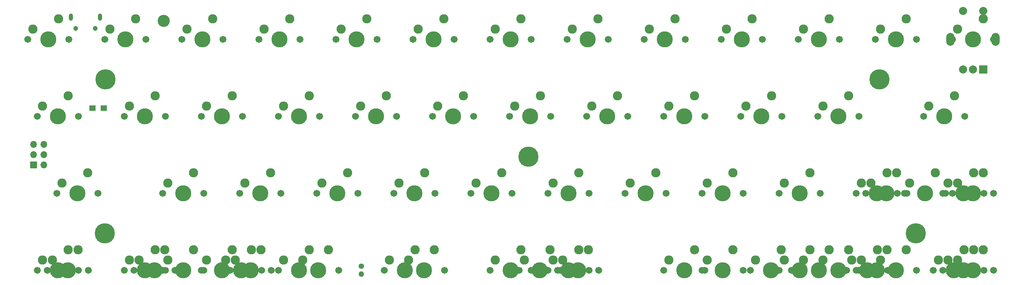
<source format=gbr>
%TF.GenerationSoftware,KiCad,Pcbnew,(5.99.0-8436-gbd786b578a)*%
%TF.CreationDate,2021-02-24T19:01:32+01:00*%
%TF.ProjectId,atom47,61746f6d-3437-42e6-9b69-6361645f7063,rev?*%
%TF.SameCoordinates,Original*%
%TF.FileFunction,Soldermask,Top*%
%TF.FilePolarity,Negative*%
%FSLAX46Y46*%
G04 Gerber Fmt 4.6, Leading zero omitted, Abs format (unit mm)*
G04 Created by KiCad (PCBNEW (5.99.0-8436-gbd786b578a)) date 2021-02-24 19:01:32*
%MOMM*%
%LPD*%
G01*
G04 APERTURE LIST*
%ADD10C,2.286000*%
%ADD11C,1.701800*%
%ADD12C,3.987800*%
%ADD13C,3.000000*%
%ADD14R,1.600000X1.400000*%
%ADD15C,5.000000*%
%ADD16C,1.350000*%
%ADD17O,1.350000X1.350000*%
%ADD18R,1.700000X1.700000*%
%ADD19O,1.700000X1.700000*%
%ADD20C,1.200000*%
%ADD21O,1.000000X1.800000*%
%ADD22R,2.000000X2.000000*%
%ADD23C,2.000000*%
%ADD24O,2.000000X3.200000*%
G04 APERTURE END LIST*
D10*
X150177500Y-23495000D03*
X143827500Y-26035000D03*
D11*
X142557500Y-28575000D03*
D12*
X147637500Y-28575000D03*
D11*
X152717500Y-28575000D03*
D10*
X143033750Y-61595000D03*
X136683750Y-64135000D03*
D11*
X135413750Y-66675000D03*
D12*
X140493750Y-66675000D03*
D11*
X145573750Y-66675000D03*
D10*
X228758750Y-42545000D03*
X222408750Y-45085000D03*
D11*
X221138750Y-47625000D03*
X231298750Y-47625000D03*
D12*
X226218750Y-47625000D03*
D10*
X133508750Y-61595000D03*
X127158750Y-64135000D03*
D11*
X125888750Y-66675000D03*
D12*
X130968750Y-66675000D03*
D11*
X136048750Y-66675000D03*
D10*
X126365000Y-61595000D03*
X120015000Y-64135000D03*
D12*
X123825000Y-66675000D03*
D11*
X128905000Y-66675000D03*
X118745000Y-66675000D03*
D10*
X14446250Y-23495000D03*
X8096250Y-26035000D03*
D11*
X6826250Y-28575000D03*
D12*
X11906250Y-28575000D03*
D11*
X16986250Y-28575000D03*
D10*
X233521250Y-23495000D03*
X227171250Y-26035000D03*
D11*
X225901250Y-28575000D03*
X236061250Y-28575000D03*
D12*
X230981250Y-28575000D03*
D13*
X38025000Y-5025000D03*
D14*
X23225000Y-26600000D03*
X20425000Y-26600000D03*
D10*
X235902500Y-61595000D03*
X229552500Y-64135000D03*
D12*
X233362500Y-66675000D03*
D11*
X228282500Y-66675000D03*
X238442500Y-66675000D03*
D10*
X207327500Y-61595000D03*
X200977500Y-64135000D03*
D12*
X204787500Y-66675000D03*
D11*
X209867500Y-66675000D03*
X199707500Y-66675000D03*
D10*
X38258780Y-61595056D03*
X31908780Y-64135056D03*
D12*
X35718780Y-66675056D03*
D11*
X40798780Y-66675056D03*
X30638780Y-66675056D03*
D10*
X16827500Y-61595000D03*
X10477500Y-64135000D03*
D12*
X14287500Y-66675000D03*
D11*
X19367500Y-66675000D03*
X9207500Y-66675000D03*
D10*
X219233750Y-42545000D03*
X212883750Y-45085000D03*
D11*
X221773750Y-47625000D03*
X211613750Y-47625000D03*
D12*
X216693750Y-47625000D03*
D10*
X14446260Y-61595056D03*
X8096260Y-64135056D03*
D11*
X16986260Y-66675056D03*
X6826260Y-66675056D03*
D12*
X11906260Y-66675056D03*
D10*
X62071250Y-61595000D03*
X55721250Y-64135000D03*
D11*
X54451250Y-66675000D03*
X64611250Y-66675000D03*
D12*
X59531250Y-66675000D03*
D10*
X238283750Y-61595000D03*
X231933750Y-64135000D03*
D11*
X230663750Y-66675000D03*
D12*
X235743750Y-66675000D03*
D11*
X240823750Y-66675000D03*
D10*
X238283750Y-42545000D03*
X231933750Y-45085000D03*
D11*
X240823750Y-47625000D03*
D12*
X235743750Y-47625000D03*
D11*
X230663750Y-47625000D03*
D10*
X100171250Y-61595000D03*
X93821250Y-64135000D03*
D11*
X102711250Y-66675000D03*
D12*
X97631250Y-66675000D03*
D11*
X92551250Y-66675000D03*
D10*
X45402500Y-61595000D03*
X39052500Y-64135000D03*
D11*
X37782500Y-66675000D03*
D12*
X42862500Y-66675000D03*
D11*
X47942500Y-66675000D03*
D10*
X12065000Y-4445000D03*
X5715000Y-6985000D03*
D11*
X14605000Y-9525000D03*
X4445000Y-9525000D03*
D12*
X9525000Y-9525000D03*
D10*
X31115000Y-4445000D03*
X24765000Y-6985000D03*
D11*
X23495000Y-9525000D03*
D12*
X28575000Y-9525000D03*
D11*
X33655000Y-9525000D03*
D10*
X50165000Y-4445000D03*
X43815000Y-6985000D03*
D11*
X52705000Y-9525000D03*
X42545000Y-9525000D03*
D12*
X47625000Y-9525000D03*
D10*
X69215000Y-4445000D03*
X62865000Y-6985000D03*
D11*
X71755000Y-9525000D03*
D12*
X66675000Y-9525000D03*
D11*
X61595000Y-9525000D03*
D10*
X88265000Y-4445000D03*
X81915000Y-6985000D03*
D11*
X80645000Y-9525000D03*
X90805000Y-9525000D03*
D12*
X85725000Y-9525000D03*
D10*
X107315000Y-4445000D03*
X100965000Y-6985000D03*
D12*
X104775000Y-9525000D03*
D11*
X109855000Y-9525000D03*
X99695000Y-9525000D03*
D10*
X126365000Y-4445000D03*
X120015000Y-6985000D03*
D12*
X123825000Y-9525000D03*
D11*
X128905000Y-9525000D03*
X118745000Y-9525000D03*
D10*
X145415000Y-4445000D03*
X139065000Y-6985000D03*
D11*
X147955000Y-9525000D03*
X137795000Y-9525000D03*
D12*
X142875000Y-9525000D03*
D10*
X164465000Y-4445000D03*
X158115000Y-6985000D03*
D11*
X167005000Y-9525000D03*
X156845000Y-9525000D03*
D12*
X161925000Y-9525000D03*
D10*
X183515000Y-4445000D03*
X177165000Y-6985000D03*
D11*
X186055000Y-9525000D03*
X175895000Y-9525000D03*
D12*
X180975000Y-9525000D03*
D10*
X202565000Y-4445000D03*
X196215000Y-6985000D03*
D12*
X200025000Y-9525000D03*
D11*
X205105000Y-9525000D03*
X194945000Y-9525000D03*
D10*
X221615000Y-4445000D03*
X215265000Y-6985000D03*
D11*
X213995000Y-9525000D03*
X224155000Y-9525000D03*
D12*
X219075000Y-9525000D03*
D10*
X240665000Y-4445000D03*
X234315000Y-6985000D03*
D11*
X243205000Y-9525000D03*
D12*
X238125000Y-9525000D03*
D11*
X233045000Y-9525000D03*
D10*
X35877500Y-23495000D03*
X29527500Y-26035000D03*
D11*
X28257500Y-28575000D03*
D12*
X33337500Y-28575000D03*
D11*
X38417500Y-28575000D03*
D10*
X54927500Y-23495000D03*
X48577500Y-26035000D03*
D12*
X52387500Y-28575000D03*
D11*
X57467500Y-28575000D03*
X47307500Y-28575000D03*
D10*
X73977500Y-23495000D03*
X67627500Y-26035000D03*
D12*
X71437500Y-28575000D03*
D11*
X66357500Y-28575000D03*
X76517500Y-28575000D03*
D10*
X93027500Y-23495000D03*
X86677500Y-26035000D03*
D11*
X95567500Y-28575000D03*
X85407500Y-28575000D03*
D12*
X90487500Y-28575000D03*
D10*
X112077500Y-23495000D03*
X105727500Y-26035000D03*
D11*
X104457500Y-28575000D03*
X114617500Y-28575000D03*
D12*
X109537500Y-28575000D03*
D10*
X131127500Y-23495000D03*
X124777500Y-26035000D03*
D11*
X123507500Y-28575000D03*
D12*
X128587500Y-28575000D03*
D11*
X133667500Y-28575000D03*
D10*
X169227500Y-23495000D03*
X162877500Y-26035000D03*
D12*
X166687500Y-28575000D03*
D11*
X171767500Y-28575000D03*
X161607500Y-28575000D03*
D10*
X188277500Y-23495000D03*
X181927500Y-26035000D03*
D12*
X185737500Y-28575000D03*
D11*
X190817500Y-28575000D03*
X180657500Y-28575000D03*
D10*
X207327500Y-23495000D03*
X200977500Y-26035000D03*
D12*
X204787500Y-28575000D03*
D11*
X199707500Y-28575000D03*
X209867500Y-28575000D03*
D10*
X45402500Y-42545000D03*
X39052500Y-45085000D03*
D12*
X42862500Y-47625000D03*
D11*
X47942500Y-47625000D03*
X37782500Y-47625000D03*
D10*
X64452500Y-42545000D03*
X58102500Y-45085000D03*
D11*
X56832500Y-47625000D03*
X66992500Y-47625000D03*
D12*
X61912500Y-47625000D03*
D10*
X83502500Y-42545000D03*
X77152500Y-45085000D03*
D12*
X80962500Y-47625000D03*
D11*
X86042500Y-47625000D03*
X75882500Y-47625000D03*
D10*
X102552500Y-42545000D03*
X96202500Y-45085000D03*
D11*
X94932500Y-47625000D03*
D12*
X100012500Y-47625000D03*
D11*
X105092500Y-47625000D03*
D10*
X121602500Y-42545000D03*
X115252500Y-45085000D03*
D12*
X119062500Y-47625000D03*
D11*
X113982500Y-47625000D03*
X124142500Y-47625000D03*
D10*
X140652500Y-42545000D03*
X134302500Y-45085000D03*
D11*
X143192500Y-47625000D03*
D12*
X138112500Y-47625000D03*
D11*
X133032500Y-47625000D03*
D10*
X159702500Y-42545000D03*
X153352500Y-45085000D03*
D12*
X157162500Y-47625000D03*
D11*
X162242500Y-47625000D03*
X152082500Y-47625000D03*
D10*
X178752500Y-42545000D03*
X172402500Y-45085000D03*
D12*
X176212500Y-47625000D03*
D11*
X181292500Y-47625000D03*
X171132500Y-47625000D03*
D10*
X197802500Y-42545000D03*
X191452500Y-45085000D03*
D12*
X195262500Y-47625000D03*
D11*
X190182500Y-47625000D03*
X200342500Y-47625000D03*
D10*
X240665000Y-42545000D03*
X234315000Y-45085000D03*
D11*
X233045000Y-47625000D03*
X243205000Y-47625000D03*
D12*
X238125000Y-47625000D03*
D10*
X35877500Y-61595000D03*
X29527500Y-64135000D03*
D11*
X28257500Y-66675000D03*
X38417500Y-66675000D03*
D12*
X33337500Y-66675000D03*
D10*
X54927500Y-61595000D03*
X48577500Y-64135000D03*
D12*
X52387500Y-66675000D03*
D11*
X47307500Y-66675000D03*
X57467500Y-66675000D03*
D10*
X73977500Y-61595000D03*
X67627500Y-64135000D03*
D11*
X76517500Y-66675000D03*
D12*
X71437500Y-66675000D03*
D11*
X66357500Y-66675000D03*
D10*
X178752500Y-61595000D03*
X172402500Y-64135000D03*
D12*
X176212500Y-66675000D03*
D11*
X181292500Y-66675000D03*
X171132500Y-66675000D03*
D10*
X197802500Y-61595000D03*
X191452500Y-64135000D03*
D11*
X200342500Y-66675000D03*
D12*
X195262500Y-66675000D03*
D11*
X190182500Y-66675000D03*
D10*
X216852500Y-61595000D03*
X210502500Y-64135000D03*
D12*
X214312500Y-66675000D03*
D11*
X209232500Y-66675000D03*
X219392500Y-66675000D03*
D10*
X216852500Y-42545000D03*
X210502500Y-45085000D03*
D12*
X214312500Y-47625000D03*
D11*
X219392500Y-47625000D03*
X209232500Y-47625000D03*
D10*
X202565000Y-61595000D03*
X196215000Y-64135000D03*
D12*
X200025000Y-66675000D03*
D11*
X194945000Y-66675000D03*
X205105000Y-66675000D03*
D10*
X221615000Y-61595000D03*
X215265000Y-64135000D03*
D11*
X213995000Y-66675000D03*
X224155000Y-66675000D03*
D12*
X219075000Y-66675000D03*
D10*
X240665000Y-61595000D03*
X234315000Y-64135000D03*
D11*
X243205000Y-66675000D03*
X233045000Y-66675000D03*
D12*
X238125000Y-66675000D03*
D15*
X223925000Y-57575000D03*
X23475000Y-57575000D03*
D10*
X59690048Y-61595056D03*
X53340048Y-64135056D03*
D11*
X62230048Y-66675056D03*
X52070048Y-66675056D03*
D12*
X57150048Y-66675056D03*
D10*
X78740064Y-61595056D03*
X72390064Y-64135056D03*
D12*
X76200064Y-66675056D03*
D11*
X81280064Y-66675056D03*
X71120064Y-66675056D03*
D10*
X104933836Y-61595056D03*
X98583836Y-64135056D03*
D11*
X97313836Y-66675056D03*
D12*
X102393836Y-66675056D03*
D11*
X107473836Y-66675056D03*
D10*
X169227640Y-61595056D03*
X162877640Y-64135056D03*
D11*
X171767640Y-66675056D03*
D12*
X166687640Y-66675056D03*
D11*
X161607640Y-66675056D03*
D10*
X190658908Y-61595056D03*
X184308908Y-64135056D03*
D11*
X183038908Y-66675056D03*
D12*
X188118908Y-66675056D03*
D11*
X193198908Y-66675056D03*
D10*
X214471428Y-61595056D03*
X208121428Y-64135056D03*
D12*
X211931428Y-66675056D03*
D11*
X217011428Y-66675056D03*
X206851428Y-66675056D03*
D10*
X140652616Y-61595056D03*
X134302616Y-64135056D03*
D11*
X143192616Y-66675056D03*
D12*
X138112616Y-66675056D03*
D11*
X133032616Y-66675056D03*
D10*
X19208750Y-42545000D03*
X12858750Y-45085000D03*
D11*
X21748750Y-47625000D03*
X11588750Y-47625000D03*
D12*
X16668750Y-47625000D03*
D15*
X23625000Y-19475000D03*
X128225000Y-38575000D03*
X215025000Y-19475000D03*
D16*
X86915690Y-65675048D03*
D17*
X86915690Y-67675048D03*
D18*
X5873748Y-40640024D03*
D19*
X8413748Y-40640024D03*
X5873748Y-38100024D03*
X8413748Y-38100024D03*
X5873748Y-35560024D03*
X8413748Y-35560024D03*
D20*
X21100000Y-6875000D03*
D21*
X22275000Y-4075000D03*
D20*
X16250000Y-6875000D03*
D21*
X15075000Y-4075000D03*
D22*
X240625192Y-17025000D03*
D23*
X235625192Y-17025000D03*
X238125192Y-17025000D03*
D24*
X232525192Y-9525000D03*
X243725192Y-9525000D03*
D23*
X235625192Y-2525000D03*
X240625192Y-2525000D03*
M02*

</source>
